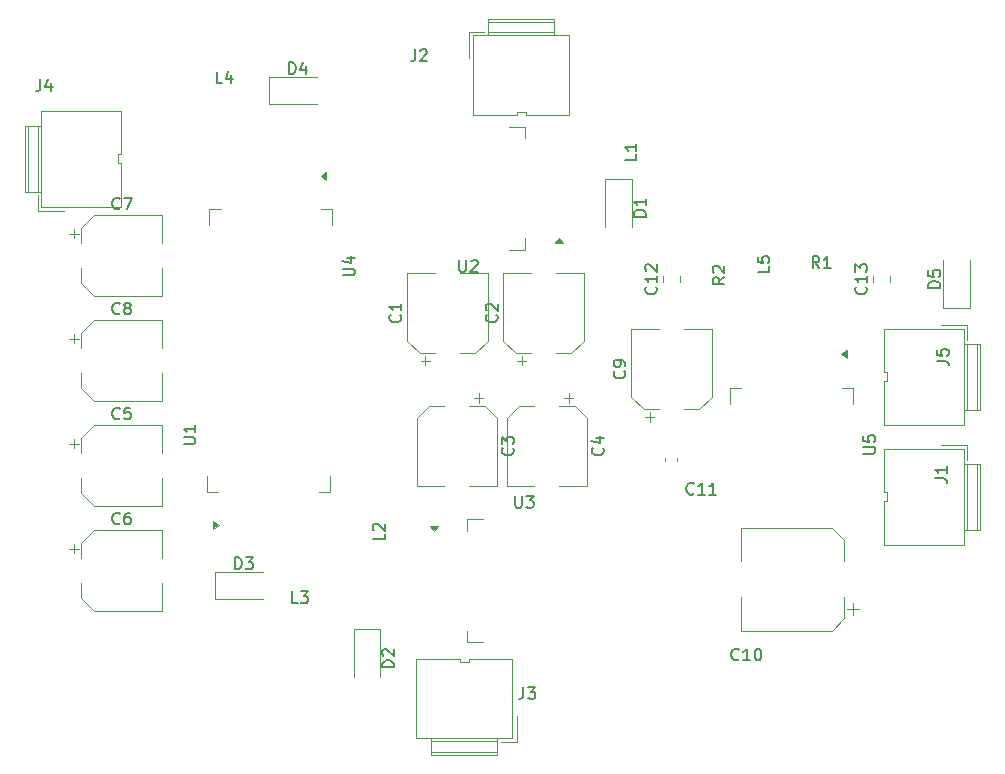
<source format=gbr>
%TF.GenerationSoftware,KiCad,Pcbnew,9.0.1*%
%TF.CreationDate,2025-05-28T17:40:13+05:30*%
%TF.ProjectId,3levelstepDownIter2,336c6576-656c-4737-9465-70446f776e49,rev?*%
%TF.SameCoordinates,Original*%
%TF.FileFunction,Legend,Top*%
%TF.FilePolarity,Positive*%
%FSLAX46Y46*%
G04 Gerber Fmt 4.6, Leading zero omitted, Abs format (unit mm)*
G04 Created by KiCad (PCBNEW 9.0.1) date 2025-05-28 17:40:13*
%MOMM*%
%LPD*%
G01*
G04 APERTURE LIST*
%ADD10C,0.150000*%
%ADD11C,0.120000*%
G04 APERTURE END LIST*
D10*
X80946666Y-65494819D02*
X80946666Y-66209104D01*
X80946666Y-66209104D02*
X80899047Y-66351961D01*
X80899047Y-66351961D02*
X80803809Y-66447200D01*
X80803809Y-66447200D02*
X80660952Y-66494819D01*
X80660952Y-66494819D02*
X80565714Y-66494819D01*
X81851428Y-65828152D02*
X81851428Y-66494819D01*
X81613333Y-65447200D02*
X81375238Y-66161485D01*
X81375238Y-66161485D02*
X81994285Y-66161485D01*
X142679819Y-81301666D02*
X142679819Y-81777856D01*
X142679819Y-81777856D02*
X141679819Y-81777856D01*
X141679819Y-80492142D02*
X141679819Y-80968332D01*
X141679819Y-80968332D02*
X142156009Y-81015951D01*
X142156009Y-81015951D02*
X142108390Y-80968332D01*
X142108390Y-80968332D02*
X142060771Y-80873094D01*
X142060771Y-80873094D02*
X142060771Y-80634999D01*
X142060771Y-80634999D02*
X142108390Y-80539761D01*
X142108390Y-80539761D02*
X142156009Y-80492142D01*
X142156009Y-80492142D02*
X142251247Y-80444523D01*
X142251247Y-80444523D02*
X142489342Y-80444523D01*
X142489342Y-80444523D02*
X142584580Y-80492142D01*
X142584580Y-80492142D02*
X142632200Y-80539761D01*
X142632200Y-80539761D02*
X142679819Y-80634999D01*
X142679819Y-80634999D02*
X142679819Y-80873094D01*
X142679819Y-80873094D02*
X142632200Y-80968332D01*
X142632200Y-80968332D02*
X142584580Y-81015951D01*
X157139819Y-83143094D02*
X156139819Y-83143094D01*
X156139819Y-83143094D02*
X156139819Y-82904999D01*
X156139819Y-82904999D02*
X156187438Y-82762142D01*
X156187438Y-82762142D02*
X156282676Y-82666904D01*
X156282676Y-82666904D02*
X156377914Y-82619285D01*
X156377914Y-82619285D02*
X156568390Y-82571666D01*
X156568390Y-82571666D02*
X156711247Y-82571666D01*
X156711247Y-82571666D02*
X156901723Y-82619285D01*
X156901723Y-82619285D02*
X156996961Y-82666904D01*
X156996961Y-82666904D02*
X157092200Y-82762142D01*
X157092200Y-82762142D02*
X157139819Y-82904999D01*
X157139819Y-82904999D02*
X157139819Y-83143094D01*
X156139819Y-81666904D02*
X156139819Y-82143094D01*
X156139819Y-82143094D02*
X156616009Y-82190713D01*
X156616009Y-82190713D02*
X156568390Y-82143094D01*
X156568390Y-82143094D02*
X156520771Y-82047856D01*
X156520771Y-82047856D02*
X156520771Y-81809761D01*
X156520771Y-81809761D02*
X156568390Y-81714523D01*
X156568390Y-81714523D02*
X156616009Y-81666904D01*
X156616009Y-81666904D02*
X156711247Y-81619285D01*
X156711247Y-81619285D02*
X156949342Y-81619285D01*
X156949342Y-81619285D02*
X157044580Y-81666904D01*
X157044580Y-81666904D02*
X157092200Y-81714523D01*
X157092200Y-81714523D02*
X157139819Y-81809761D01*
X157139819Y-81809761D02*
X157139819Y-82047856D01*
X157139819Y-82047856D02*
X157092200Y-82143094D01*
X157092200Y-82143094D02*
X157044580Y-82190713D01*
X146918333Y-81464819D02*
X146585000Y-80988628D01*
X146346905Y-81464819D02*
X146346905Y-80464819D01*
X146346905Y-80464819D02*
X146727857Y-80464819D01*
X146727857Y-80464819D02*
X146823095Y-80512438D01*
X146823095Y-80512438D02*
X146870714Y-80560057D01*
X146870714Y-80560057D02*
X146918333Y-80655295D01*
X146918333Y-80655295D02*
X146918333Y-80798152D01*
X146918333Y-80798152D02*
X146870714Y-80893390D01*
X146870714Y-80893390D02*
X146823095Y-80941009D01*
X146823095Y-80941009D02*
X146727857Y-80988628D01*
X146727857Y-80988628D02*
X146346905Y-80988628D01*
X147870714Y-81464819D02*
X147299286Y-81464819D01*
X147585000Y-81464819D02*
X147585000Y-80464819D01*
X147585000Y-80464819D02*
X147489762Y-80607676D01*
X147489762Y-80607676D02*
X147394524Y-80702914D01*
X147394524Y-80702914D02*
X147299286Y-80750533D01*
X102764333Y-109835819D02*
X102288143Y-109835819D01*
X102288143Y-109835819D02*
X102288143Y-108835819D01*
X103002429Y-108835819D02*
X103621476Y-108835819D01*
X103621476Y-108835819D02*
X103288143Y-109216771D01*
X103288143Y-109216771D02*
X103431000Y-109216771D01*
X103431000Y-109216771D02*
X103526238Y-109264390D01*
X103526238Y-109264390D02*
X103573857Y-109312009D01*
X103573857Y-109312009D02*
X103621476Y-109407247D01*
X103621476Y-109407247D02*
X103621476Y-109645342D01*
X103621476Y-109645342D02*
X103573857Y-109740580D01*
X103573857Y-109740580D02*
X103526238Y-109788200D01*
X103526238Y-109788200D02*
X103431000Y-109835819D01*
X103431000Y-109835819D02*
X103145286Y-109835819D01*
X103145286Y-109835819D02*
X103050048Y-109788200D01*
X103050048Y-109788200D02*
X103002429Y-109740580D01*
X156854819Y-89333333D02*
X157569104Y-89333333D01*
X157569104Y-89333333D02*
X157711961Y-89380952D01*
X157711961Y-89380952D02*
X157807200Y-89476190D01*
X157807200Y-89476190D02*
X157854819Y-89619047D01*
X157854819Y-89619047D02*
X157854819Y-89714285D01*
X156854819Y-88380952D02*
X156854819Y-88857142D01*
X156854819Y-88857142D02*
X157331009Y-88904761D01*
X157331009Y-88904761D02*
X157283390Y-88857142D01*
X157283390Y-88857142D02*
X157235771Y-88761904D01*
X157235771Y-88761904D02*
X157235771Y-88523809D01*
X157235771Y-88523809D02*
X157283390Y-88428571D01*
X157283390Y-88428571D02*
X157331009Y-88380952D01*
X157331009Y-88380952D02*
X157426247Y-88333333D01*
X157426247Y-88333333D02*
X157664342Y-88333333D01*
X157664342Y-88333333D02*
X157759580Y-88380952D01*
X157759580Y-88380952D02*
X157807200Y-88428571D01*
X157807200Y-88428571D02*
X157854819Y-88523809D01*
X157854819Y-88523809D02*
X157854819Y-88761904D01*
X157854819Y-88761904D02*
X157807200Y-88857142D01*
X157807200Y-88857142D02*
X157759580Y-88904761D01*
X121158095Y-100754819D02*
X121158095Y-101564342D01*
X121158095Y-101564342D02*
X121205714Y-101659580D01*
X121205714Y-101659580D02*
X121253333Y-101707200D01*
X121253333Y-101707200D02*
X121348571Y-101754819D01*
X121348571Y-101754819D02*
X121539047Y-101754819D01*
X121539047Y-101754819D02*
X121634285Y-101707200D01*
X121634285Y-101707200D02*
X121681904Y-101659580D01*
X121681904Y-101659580D02*
X121729523Y-101564342D01*
X121729523Y-101564342D02*
X121729523Y-100754819D01*
X122110476Y-100754819D02*
X122729523Y-100754819D01*
X122729523Y-100754819D02*
X122396190Y-101135771D01*
X122396190Y-101135771D02*
X122539047Y-101135771D01*
X122539047Y-101135771D02*
X122634285Y-101183390D01*
X122634285Y-101183390D02*
X122681904Y-101231009D01*
X122681904Y-101231009D02*
X122729523Y-101326247D01*
X122729523Y-101326247D02*
X122729523Y-101564342D01*
X122729523Y-101564342D02*
X122681904Y-101659580D01*
X122681904Y-101659580D02*
X122634285Y-101707200D01*
X122634285Y-101707200D02*
X122539047Y-101754819D01*
X122539047Y-101754819D02*
X122253333Y-101754819D01*
X122253333Y-101754819D02*
X122158095Y-101707200D01*
X122158095Y-101707200D02*
X122110476Y-101659580D01*
X87684333Y-76400580D02*
X87636714Y-76448200D01*
X87636714Y-76448200D02*
X87493857Y-76495819D01*
X87493857Y-76495819D02*
X87398619Y-76495819D01*
X87398619Y-76495819D02*
X87255762Y-76448200D01*
X87255762Y-76448200D02*
X87160524Y-76352961D01*
X87160524Y-76352961D02*
X87112905Y-76257723D01*
X87112905Y-76257723D02*
X87065286Y-76067247D01*
X87065286Y-76067247D02*
X87065286Y-75924390D01*
X87065286Y-75924390D02*
X87112905Y-75733914D01*
X87112905Y-75733914D02*
X87160524Y-75638676D01*
X87160524Y-75638676D02*
X87255762Y-75543438D01*
X87255762Y-75543438D02*
X87398619Y-75495819D01*
X87398619Y-75495819D02*
X87493857Y-75495819D01*
X87493857Y-75495819D02*
X87636714Y-75543438D01*
X87636714Y-75543438D02*
X87684333Y-75591057D01*
X88017667Y-75495819D02*
X88684333Y-75495819D01*
X88684333Y-75495819D02*
X88255762Y-76495819D01*
X130394580Y-90191666D02*
X130442200Y-90239285D01*
X130442200Y-90239285D02*
X130489819Y-90382142D01*
X130489819Y-90382142D02*
X130489819Y-90477380D01*
X130489819Y-90477380D02*
X130442200Y-90620237D01*
X130442200Y-90620237D02*
X130346961Y-90715475D01*
X130346961Y-90715475D02*
X130251723Y-90763094D01*
X130251723Y-90763094D02*
X130061247Y-90810713D01*
X130061247Y-90810713D02*
X129918390Y-90810713D01*
X129918390Y-90810713D02*
X129727914Y-90763094D01*
X129727914Y-90763094D02*
X129632676Y-90715475D01*
X129632676Y-90715475D02*
X129537438Y-90620237D01*
X129537438Y-90620237D02*
X129489819Y-90477380D01*
X129489819Y-90477380D02*
X129489819Y-90382142D01*
X129489819Y-90382142D02*
X129537438Y-90239285D01*
X129537438Y-90239285D02*
X129585057Y-90191666D01*
X130489819Y-89715475D02*
X130489819Y-89524999D01*
X130489819Y-89524999D02*
X130442200Y-89429761D01*
X130442200Y-89429761D02*
X130394580Y-89382142D01*
X130394580Y-89382142D02*
X130251723Y-89286904D01*
X130251723Y-89286904D02*
X130061247Y-89239285D01*
X130061247Y-89239285D02*
X129680295Y-89239285D01*
X129680295Y-89239285D02*
X129585057Y-89286904D01*
X129585057Y-89286904D02*
X129537438Y-89334523D01*
X129537438Y-89334523D02*
X129489819Y-89429761D01*
X129489819Y-89429761D02*
X129489819Y-89620237D01*
X129489819Y-89620237D02*
X129537438Y-89715475D01*
X129537438Y-89715475D02*
X129585057Y-89763094D01*
X129585057Y-89763094D02*
X129680295Y-89810713D01*
X129680295Y-89810713D02*
X129918390Y-89810713D01*
X129918390Y-89810713D02*
X130013628Y-89763094D01*
X130013628Y-89763094D02*
X130061247Y-89715475D01*
X130061247Y-89715475D02*
X130108866Y-89620237D01*
X130108866Y-89620237D02*
X130108866Y-89429761D01*
X130108866Y-89429761D02*
X130061247Y-89334523D01*
X130061247Y-89334523D02*
X130013628Y-89286904D01*
X130013628Y-89286904D02*
X129918390Y-89239285D01*
X156699819Y-99248333D02*
X157414104Y-99248333D01*
X157414104Y-99248333D02*
X157556961Y-99295952D01*
X157556961Y-99295952D02*
X157652200Y-99391190D01*
X157652200Y-99391190D02*
X157699819Y-99534047D01*
X157699819Y-99534047D02*
X157699819Y-99629285D01*
X157699819Y-98248333D02*
X157699819Y-98819761D01*
X157699819Y-98534047D02*
X156699819Y-98534047D01*
X156699819Y-98534047D02*
X156842676Y-98629285D01*
X156842676Y-98629285D02*
X156937914Y-98724523D01*
X156937914Y-98724523D02*
X156985533Y-98819761D01*
X138869819Y-82226666D02*
X138393628Y-82559999D01*
X138869819Y-82798094D02*
X137869819Y-82798094D01*
X137869819Y-82798094D02*
X137869819Y-82417142D01*
X137869819Y-82417142D02*
X137917438Y-82321904D01*
X137917438Y-82321904D02*
X137965057Y-82274285D01*
X137965057Y-82274285D02*
X138060295Y-82226666D01*
X138060295Y-82226666D02*
X138203152Y-82226666D01*
X138203152Y-82226666D02*
X138298390Y-82274285D01*
X138298390Y-82274285D02*
X138346009Y-82321904D01*
X138346009Y-82321904D02*
X138393628Y-82417142D01*
X138393628Y-82417142D02*
X138393628Y-82798094D01*
X137965057Y-81845713D02*
X137917438Y-81798094D01*
X137917438Y-81798094D02*
X137869819Y-81702856D01*
X137869819Y-81702856D02*
X137869819Y-81464761D01*
X137869819Y-81464761D02*
X137917438Y-81369523D01*
X137917438Y-81369523D02*
X137965057Y-81321904D01*
X137965057Y-81321904D02*
X138060295Y-81274285D01*
X138060295Y-81274285D02*
X138155533Y-81274285D01*
X138155533Y-81274285D02*
X138298390Y-81321904D01*
X138298390Y-81321904D02*
X138869819Y-81893332D01*
X138869819Y-81893332D02*
X138869819Y-81274285D01*
X120944580Y-96686666D02*
X120992200Y-96734285D01*
X120992200Y-96734285D02*
X121039819Y-96877142D01*
X121039819Y-96877142D02*
X121039819Y-96972380D01*
X121039819Y-96972380D02*
X120992200Y-97115237D01*
X120992200Y-97115237D02*
X120896961Y-97210475D01*
X120896961Y-97210475D02*
X120801723Y-97258094D01*
X120801723Y-97258094D02*
X120611247Y-97305713D01*
X120611247Y-97305713D02*
X120468390Y-97305713D01*
X120468390Y-97305713D02*
X120277914Y-97258094D01*
X120277914Y-97258094D02*
X120182676Y-97210475D01*
X120182676Y-97210475D02*
X120087438Y-97115237D01*
X120087438Y-97115237D02*
X120039819Y-96972380D01*
X120039819Y-96972380D02*
X120039819Y-96877142D01*
X120039819Y-96877142D02*
X120087438Y-96734285D01*
X120087438Y-96734285D02*
X120135057Y-96686666D01*
X120039819Y-96353332D02*
X120039819Y-95734285D01*
X120039819Y-95734285D02*
X120420771Y-96067618D01*
X120420771Y-96067618D02*
X120420771Y-95924761D01*
X120420771Y-95924761D02*
X120468390Y-95829523D01*
X120468390Y-95829523D02*
X120516009Y-95781904D01*
X120516009Y-95781904D02*
X120611247Y-95734285D01*
X120611247Y-95734285D02*
X120849342Y-95734285D01*
X120849342Y-95734285D02*
X120944580Y-95781904D01*
X120944580Y-95781904D02*
X120992200Y-95829523D01*
X120992200Y-95829523D02*
X121039819Y-95924761D01*
X121039819Y-95924761D02*
X121039819Y-96210475D01*
X121039819Y-96210475D02*
X120992200Y-96305713D01*
X120992200Y-96305713D02*
X120944580Y-96353332D01*
X116423095Y-80799819D02*
X116423095Y-81609342D01*
X116423095Y-81609342D02*
X116470714Y-81704580D01*
X116470714Y-81704580D02*
X116518333Y-81752200D01*
X116518333Y-81752200D02*
X116613571Y-81799819D01*
X116613571Y-81799819D02*
X116804047Y-81799819D01*
X116804047Y-81799819D02*
X116899285Y-81752200D01*
X116899285Y-81752200D02*
X116946904Y-81704580D01*
X116946904Y-81704580D02*
X116994523Y-81609342D01*
X116994523Y-81609342D02*
X116994523Y-80799819D01*
X117423095Y-80895057D02*
X117470714Y-80847438D01*
X117470714Y-80847438D02*
X117565952Y-80799819D01*
X117565952Y-80799819D02*
X117804047Y-80799819D01*
X117804047Y-80799819D02*
X117899285Y-80847438D01*
X117899285Y-80847438D02*
X117946904Y-80895057D01*
X117946904Y-80895057D02*
X117994523Y-80990295D01*
X117994523Y-80990295D02*
X117994523Y-81085533D01*
X117994523Y-81085533D02*
X117946904Y-81228390D01*
X117946904Y-81228390D02*
X117375476Y-81799819D01*
X117375476Y-81799819D02*
X117994523Y-81799819D01*
X112696666Y-62954819D02*
X112696666Y-63669104D01*
X112696666Y-63669104D02*
X112649047Y-63811961D01*
X112649047Y-63811961D02*
X112553809Y-63907200D01*
X112553809Y-63907200D02*
X112410952Y-63954819D01*
X112410952Y-63954819D02*
X112315714Y-63954819D01*
X113125238Y-63050057D02*
X113172857Y-63002438D01*
X113172857Y-63002438D02*
X113268095Y-62954819D01*
X113268095Y-62954819D02*
X113506190Y-62954819D01*
X113506190Y-62954819D02*
X113601428Y-63002438D01*
X113601428Y-63002438D02*
X113649047Y-63050057D01*
X113649047Y-63050057D02*
X113696666Y-63145295D01*
X113696666Y-63145295D02*
X113696666Y-63240533D01*
X113696666Y-63240533D02*
X113649047Y-63383390D01*
X113649047Y-63383390D02*
X113077619Y-63954819D01*
X113077619Y-63954819D02*
X113696666Y-63954819D01*
X111424580Y-85431666D02*
X111472200Y-85479285D01*
X111472200Y-85479285D02*
X111519819Y-85622142D01*
X111519819Y-85622142D02*
X111519819Y-85717380D01*
X111519819Y-85717380D02*
X111472200Y-85860237D01*
X111472200Y-85860237D02*
X111376961Y-85955475D01*
X111376961Y-85955475D02*
X111281723Y-86003094D01*
X111281723Y-86003094D02*
X111091247Y-86050713D01*
X111091247Y-86050713D02*
X110948390Y-86050713D01*
X110948390Y-86050713D02*
X110757914Y-86003094D01*
X110757914Y-86003094D02*
X110662676Y-85955475D01*
X110662676Y-85955475D02*
X110567438Y-85860237D01*
X110567438Y-85860237D02*
X110519819Y-85717380D01*
X110519819Y-85717380D02*
X110519819Y-85622142D01*
X110519819Y-85622142D02*
X110567438Y-85479285D01*
X110567438Y-85479285D02*
X110615057Y-85431666D01*
X111519819Y-84479285D02*
X111519819Y-85050713D01*
X111519819Y-84764999D02*
X110519819Y-84764999D01*
X110519819Y-84764999D02*
X110662676Y-84860237D01*
X110662676Y-84860237D02*
X110757914Y-84955475D01*
X110757914Y-84955475D02*
X110805533Y-85050713D01*
X96353333Y-65825819D02*
X95877143Y-65825819D01*
X95877143Y-65825819D02*
X95877143Y-64825819D01*
X97115238Y-65159152D02*
X97115238Y-65825819D01*
X96877143Y-64778200D02*
X96639048Y-65492485D01*
X96639048Y-65492485D02*
X97258095Y-65492485D01*
X106580819Y-82077904D02*
X107390342Y-82077904D01*
X107390342Y-82077904D02*
X107485580Y-82030285D01*
X107485580Y-82030285D02*
X107533200Y-81982666D01*
X107533200Y-81982666D02*
X107580819Y-81887428D01*
X107580819Y-81887428D02*
X107580819Y-81696952D01*
X107580819Y-81696952D02*
X107533200Y-81601714D01*
X107533200Y-81601714D02*
X107485580Y-81554095D01*
X107485580Y-81554095D02*
X107390342Y-81506476D01*
X107390342Y-81506476D02*
X106580819Y-81506476D01*
X106914152Y-80601714D02*
X107580819Y-80601714D01*
X106533200Y-80839809D02*
X107247485Y-81077904D01*
X107247485Y-81077904D02*
X107247485Y-80458857D01*
X87684333Y-94180580D02*
X87636714Y-94228200D01*
X87636714Y-94228200D02*
X87493857Y-94275819D01*
X87493857Y-94275819D02*
X87398619Y-94275819D01*
X87398619Y-94275819D02*
X87255762Y-94228200D01*
X87255762Y-94228200D02*
X87160524Y-94132961D01*
X87160524Y-94132961D02*
X87112905Y-94037723D01*
X87112905Y-94037723D02*
X87065286Y-93847247D01*
X87065286Y-93847247D02*
X87065286Y-93704390D01*
X87065286Y-93704390D02*
X87112905Y-93513914D01*
X87112905Y-93513914D02*
X87160524Y-93418676D01*
X87160524Y-93418676D02*
X87255762Y-93323438D01*
X87255762Y-93323438D02*
X87398619Y-93275819D01*
X87398619Y-93275819D02*
X87493857Y-93275819D01*
X87493857Y-93275819D02*
X87636714Y-93323438D01*
X87636714Y-93323438D02*
X87684333Y-93371057D01*
X88589095Y-93275819D02*
X88112905Y-93275819D01*
X88112905Y-93275819D02*
X88065286Y-93752009D01*
X88065286Y-93752009D02*
X88112905Y-93704390D01*
X88112905Y-93704390D02*
X88208143Y-93656771D01*
X88208143Y-93656771D02*
X88446238Y-93656771D01*
X88446238Y-93656771D02*
X88541476Y-93704390D01*
X88541476Y-93704390D02*
X88589095Y-93752009D01*
X88589095Y-93752009D02*
X88636714Y-93847247D01*
X88636714Y-93847247D02*
X88636714Y-94085342D01*
X88636714Y-94085342D02*
X88589095Y-94180580D01*
X88589095Y-94180580D02*
X88541476Y-94228200D01*
X88541476Y-94228200D02*
X88446238Y-94275819D01*
X88446238Y-94275819D02*
X88208143Y-94275819D01*
X88208143Y-94275819D02*
X88112905Y-94228200D01*
X88112905Y-94228200D02*
X88065286Y-94180580D01*
X110899819Y-115255594D02*
X109899819Y-115255594D01*
X109899819Y-115255594D02*
X109899819Y-115017499D01*
X109899819Y-115017499D02*
X109947438Y-114874642D01*
X109947438Y-114874642D02*
X110042676Y-114779404D01*
X110042676Y-114779404D02*
X110137914Y-114731785D01*
X110137914Y-114731785D02*
X110328390Y-114684166D01*
X110328390Y-114684166D02*
X110471247Y-114684166D01*
X110471247Y-114684166D02*
X110661723Y-114731785D01*
X110661723Y-114731785D02*
X110756961Y-114779404D01*
X110756961Y-114779404D02*
X110852200Y-114874642D01*
X110852200Y-114874642D02*
X110899819Y-115017499D01*
X110899819Y-115017499D02*
X110899819Y-115255594D01*
X109995057Y-114303213D02*
X109947438Y-114255594D01*
X109947438Y-114255594D02*
X109899819Y-114160356D01*
X109899819Y-114160356D02*
X109899819Y-113922261D01*
X109899819Y-113922261D02*
X109947438Y-113827023D01*
X109947438Y-113827023D02*
X109995057Y-113779404D01*
X109995057Y-113779404D02*
X110090295Y-113731785D01*
X110090295Y-113731785D02*
X110185533Y-113731785D01*
X110185533Y-113731785D02*
X110328390Y-113779404D01*
X110328390Y-113779404D02*
X110899819Y-114350832D01*
X110899819Y-114350832D02*
X110899819Y-113731785D01*
X119574580Y-85431666D02*
X119622200Y-85479285D01*
X119622200Y-85479285D02*
X119669819Y-85622142D01*
X119669819Y-85622142D02*
X119669819Y-85717380D01*
X119669819Y-85717380D02*
X119622200Y-85860237D01*
X119622200Y-85860237D02*
X119526961Y-85955475D01*
X119526961Y-85955475D02*
X119431723Y-86003094D01*
X119431723Y-86003094D02*
X119241247Y-86050713D01*
X119241247Y-86050713D02*
X119098390Y-86050713D01*
X119098390Y-86050713D02*
X118907914Y-86003094D01*
X118907914Y-86003094D02*
X118812676Y-85955475D01*
X118812676Y-85955475D02*
X118717438Y-85860237D01*
X118717438Y-85860237D02*
X118669819Y-85717380D01*
X118669819Y-85717380D02*
X118669819Y-85622142D01*
X118669819Y-85622142D02*
X118717438Y-85479285D01*
X118717438Y-85479285D02*
X118765057Y-85431666D01*
X118765057Y-85050713D02*
X118717438Y-85003094D01*
X118717438Y-85003094D02*
X118669819Y-84907856D01*
X118669819Y-84907856D02*
X118669819Y-84669761D01*
X118669819Y-84669761D02*
X118717438Y-84574523D01*
X118717438Y-84574523D02*
X118765057Y-84526904D01*
X118765057Y-84526904D02*
X118860295Y-84479285D01*
X118860295Y-84479285D02*
X118955533Y-84479285D01*
X118955533Y-84479285D02*
X119098390Y-84526904D01*
X119098390Y-84526904D02*
X119669819Y-85098332D01*
X119669819Y-85098332D02*
X119669819Y-84479285D01*
X140097142Y-114584580D02*
X140049523Y-114632200D01*
X140049523Y-114632200D02*
X139906666Y-114679819D01*
X139906666Y-114679819D02*
X139811428Y-114679819D01*
X139811428Y-114679819D02*
X139668571Y-114632200D01*
X139668571Y-114632200D02*
X139573333Y-114536961D01*
X139573333Y-114536961D02*
X139525714Y-114441723D01*
X139525714Y-114441723D02*
X139478095Y-114251247D01*
X139478095Y-114251247D02*
X139478095Y-114108390D01*
X139478095Y-114108390D02*
X139525714Y-113917914D01*
X139525714Y-113917914D02*
X139573333Y-113822676D01*
X139573333Y-113822676D02*
X139668571Y-113727438D01*
X139668571Y-113727438D02*
X139811428Y-113679819D01*
X139811428Y-113679819D02*
X139906666Y-113679819D01*
X139906666Y-113679819D02*
X140049523Y-113727438D01*
X140049523Y-113727438D02*
X140097142Y-113775057D01*
X141049523Y-114679819D02*
X140478095Y-114679819D01*
X140763809Y-114679819D02*
X140763809Y-113679819D01*
X140763809Y-113679819D02*
X140668571Y-113822676D01*
X140668571Y-113822676D02*
X140573333Y-113917914D01*
X140573333Y-113917914D02*
X140478095Y-113965533D01*
X141668571Y-113679819D02*
X141763809Y-113679819D01*
X141763809Y-113679819D02*
X141859047Y-113727438D01*
X141859047Y-113727438D02*
X141906666Y-113775057D01*
X141906666Y-113775057D02*
X141954285Y-113870295D01*
X141954285Y-113870295D02*
X142001904Y-114060771D01*
X142001904Y-114060771D02*
X142001904Y-114298866D01*
X142001904Y-114298866D02*
X141954285Y-114489342D01*
X141954285Y-114489342D02*
X141906666Y-114584580D01*
X141906666Y-114584580D02*
X141859047Y-114632200D01*
X141859047Y-114632200D02*
X141763809Y-114679819D01*
X141763809Y-114679819D02*
X141668571Y-114679819D01*
X141668571Y-114679819D02*
X141573333Y-114632200D01*
X141573333Y-114632200D02*
X141525714Y-114584580D01*
X141525714Y-114584580D02*
X141478095Y-114489342D01*
X141478095Y-114489342D02*
X141430476Y-114298866D01*
X141430476Y-114298866D02*
X141430476Y-114060771D01*
X141430476Y-114060771D02*
X141478095Y-113870295D01*
X141478095Y-113870295D02*
X141525714Y-113775057D01*
X141525714Y-113775057D02*
X141573333Y-113727438D01*
X141573333Y-113727438D02*
X141668571Y-113679819D01*
X128564580Y-96686666D02*
X128612200Y-96734285D01*
X128612200Y-96734285D02*
X128659819Y-96877142D01*
X128659819Y-96877142D02*
X128659819Y-96972380D01*
X128659819Y-96972380D02*
X128612200Y-97115237D01*
X128612200Y-97115237D02*
X128516961Y-97210475D01*
X128516961Y-97210475D02*
X128421723Y-97258094D01*
X128421723Y-97258094D02*
X128231247Y-97305713D01*
X128231247Y-97305713D02*
X128088390Y-97305713D01*
X128088390Y-97305713D02*
X127897914Y-97258094D01*
X127897914Y-97258094D02*
X127802676Y-97210475D01*
X127802676Y-97210475D02*
X127707438Y-97115237D01*
X127707438Y-97115237D02*
X127659819Y-96972380D01*
X127659819Y-96972380D02*
X127659819Y-96877142D01*
X127659819Y-96877142D02*
X127707438Y-96734285D01*
X127707438Y-96734285D02*
X127755057Y-96686666D01*
X127993152Y-95829523D02*
X128659819Y-95829523D01*
X127612200Y-96067618D02*
X128326485Y-96305713D01*
X128326485Y-96305713D02*
X128326485Y-95686666D01*
X136282142Y-100544580D02*
X136234523Y-100592200D01*
X136234523Y-100592200D02*
X136091666Y-100639819D01*
X136091666Y-100639819D02*
X135996428Y-100639819D01*
X135996428Y-100639819D02*
X135853571Y-100592200D01*
X135853571Y-100592200D02*
X135758333Y-100496961D01*
X135758333Y-100496961D02*
X135710714Y-100401723D01*
X135710714Y-100401723D02*
X135663095Y-100211247D01*
X135663095Y-100211247D02*
X135663095Y-100068390D01*
X135663095Y-100068390D02*
X135710714Y-99877914D01*
X135710714Y-99877914D02*
X135758333Y-99782676D01*
X135758333Y-99782676D02*
X135853571Y-99687438D01*
X135853571Y-99687438D02*
X135996428Y-99639819D01*
X135996428Y-99639819D02*
X136091666Y-99639819D01*
X136091666Y-99639819D02*
X136234523Y-99687438D01*
X136234523Y-99687438D02*
X136282142Y-99735057D01*
X137234523Y-100639819D02*
X136663095Y-100639819D01*
X136948809Y-100639819D02*
X136948809Y-99639819D01*
X136948809Y-99639819D02*
X136853571Y-99782676D01*
X136853571Y-99782676D02*
X136758333Y-99877914D01*
X136758333Y-99877914D02*
X136663095Y-99925533D01*
X138186904Y-100639819D02*
X137615476Y-100639819D01*
X137901190Y-100639819D02*
X137901190Y-99639819D01*
X137901190Y-99639819D02*
X137805952Y-99782676D01*
X137805952Y-99782676D02*
X137710714Y-99877914D01*
X137710714Y-99877914D02*
X137615476Y-99925533D01*
X110119819Y-103961666D02*
X110119819Y-104437856D01*
X110119819Y-104437856D02*
X109119819Y-104437856D01*
X109215057Y-103675951D02*
X109167438Y-103628332D01*
X109167438Y-103628332D02*
X109119819Y-103533094D01*
X109119819Y-103533094D02*
X109119819Y-103294999D01*
X109119819Y-103294999D02*
X109167438Y-103199761D01*
X109167438Y-103199761D02*
X109215057Y-103152142D01*
X109215057Y-103152142D02*
X109310295Y-103104523D01*
X109310295Y-103104523D02*
X109405533Y-103104523D01*
X109405533Y-103104523D02*
X109548390Y-103152142D01*
X109548390Y-103152142D02*
X110119819Y-103723570D01*
X110119819Y-103723570D02*
X110119819Y-103104523D01*
X97432905Y-106955819D02*
X97432905Y-105955819D01*
X97432905Y-105955819D02*
X97671000Y-105955819D01*
X97671000Y-105955819D02*
X97813857Y-106003438D01*
X97813857Y-106003438D02*
X97909095Y-106098676D01*
X97909095Y-106098676D02*
X97956714Y-106193914D01*
X97956714Y-106193914D02*
X98004333Y-106384390D01*
X98004333Y-106384390D02*
X98004333Y-106527247D01*
X98004333Y-106527247D02*
X97956714Y-106717723D01*
X97956714Y-106717723D02*
X97909095Y-106812961D01*
X97909095Y-106812961D02*
X97813857Y-106908200D01*
X97813857Y-106908200D02*
X97671000Y-106955819D01*
X97671000Y-106955819D02*
X97432905Y-106955819D01*
X98337667Y-105955819D02*
X98956714Y-105955819D01*
X98956714Y-105955819D02*
X98623381Y-106336771D01*
X98623381Y-106336771D02*
X98766238Y-106336771D01*
X98766238Y-106336771D02*
X98861476Y-106384390D01*
X98861476Y-106384390D02*
X98909095Y-106432009D01*
X98909095Y-106432009D02*
X98956714Y-106527247D01*
X98956714Y-106527247D02*
X98956714Y-106765342D01*
X98956714Y-106765342D02*
X98909095Y-106860580D01*
X98909095Y-106860580D02*
X98861476Y-106908200D01*
X98861476Y-106908200D02*
X98766238Y-106955819D01*
X98766238Y-106955819D02*
X98480524Y-106955819D01*
X98480524Y-106955819D02*
X98385286Y-106908200D01*
X98385286Y-106908200D02*
X98337667Y-106860580D01*
X87684333Y-103070580D02*
X87636714Y-103118200D01*
X87636714Y-103118200D02*
X87493857Y-103165819D01*
X87493857Y-103165819D02*
X87398619Y-103165819D01*
X87398619Y-103165819D02*
X87255762Y-103118200D01*
X87255762Y-103118200D02*
X87160524Y-103022961D01*
X87160524Y-103022961D02*
X87112905Y-102927723D01*
X87112905Y-102927723D02*
X87065286Y-102737247D01*
X87065286Y-102737247D02*
X87065286Y-102594390D01*
X87065286Y-102594390D02*
X87112905Y-102403914D01*
X87112905Y-102403914D02*
X87160524Y-102308676D01*
X87160524Y-102308676D02*
X87255762Y-102213438D01*
X87255762Y-102213438D02*
X87398619Y-102165819D01*
X87398619Y-102165819D02*
X87493857Y-102165819D01*
X87493857Y-102165819D02*
X87636714Y-102213438D01*
X87636714Y-102213438D02*
X87684333Y-102261057D01*
X88541476Y-102165819D02*
X88351000Y-102165819D01*
X88351000Y-102165819D02*
X88255762Y-102213438D01*
X88255762Y-102213438D02*
X88208143Y-102261057D01*
X88208143Y-102261057D02*
X88112905Y-102403914D01*
X88112905Y-102403914D02*
X88065286Y-102594390D01*
X88065286Y-102594390D02*
X88065286Y-102975342D01*
X88065286Y-102975342D02*
X88112905Y-103070580D01*
X88112905Y-103070580D02*
X88160524Y-103118200D01*
X88160524Y-103118200D02*
X88255762Y-103165819D01*
X88255762Y-103165819D02*
X88446238Y-103165819D01*
X88446238Y-103165819D02*
X88541476Y-103118200D01*
X88541476Y-103118200D02*
X88589095Y-103070580D01*
X88589095Y-103070580D02*
X88636714Y-102975342D01*
X88636714Y-102975342D02*
X88636714Y-102737247D01*
X88636714Y-102737247D02*
X88589095Y-102642009D01*
X88589095Y-102642009D02*
X88541476Y-102594390D01*
X88541476Y-102594390D02*
X88446238Y-102546771D01*
X88446238Y-102546771D02*
X88255762Y-102546771D01*
X88255762Y-102546771D02*
X88160524Y-102594390D01*
X88160524Y-102594390D02*
X88112905Y-102642009D01*
X88112905Y-102642009D02*
X88065286Y-102737247D01*
X132199819Y-77113094D02*
X131199819Y-77113094D01*
X131199819Y-77113094D02*
X131199819Y-76874999D01*
X131199819Y-76874999D02*
X131247438Y-76732142D01*
X131247438Y-76732142D02*
X131342676Y-76636904D01*
X131342676Y-76636904D02*
X131437914Y-76589285D01*
X131437914Y-76589285D02*
X131628390Y-76541666D01*
X131628390Y-76541666D02*
X131771247Y-76541666D01*
X131771247Y-76541666D02*
X131961723Y-76589285D01*
X131961723Y-76589285D02*
X132056961Y-76636904D01*
X132056961Y-76636904D02*
X132152200Y-76732142D01*
X132152200Y-76732142D02*
X132199819Y-76874999D01*
X132199819Y-76874999D02*
X132199819Y-77113094D01*
X132199819Y-75589285D02*
X132199819Y-76160713D01*
X132199819Y-75874999D02*
X131199819Y-75874999D01*
X131199819Y-75874999D02*
X131342676Y-75970237D01*
X131342676Y-75970237D02*
X131437914Y-76065475D01*
X131437914Y-76065475D02*
X131485533Y-76160713D01*
X150844580Y-83047857D02*
X150892200Y-83095476D01*
X150892200Y-83095476D02*
X150939819Y-83238333D01*
X150939819Y-83238333D02*
X150939819Y-83333571D01*
X150939819Y-83333571D02*
X150892200Y-83476428D01*
X150892200Y-83476428D02*
X150796961Y-83571666D01*
X150796961Y-83571666D02*
X150701723Y-83619285D01*
X150701723Y-83619285D02*
X150511247Y-83666904D01*
X150511247Y-83666904D02*
X150368390Y-83666904D01*
X150368390Y-83666904D02*
X150177914Y-83619285D01*
X150177914Y-83619285D02*
X150082676Y-83571666D01*
X150082676Y-83571666D02*
X149987438Y-83476428D01*
X149987438Y-83476428D02*
X149939819Y-83333571D01*
X149939819Y-83333571D02*
X149939819Y-83238333D01*
X149939819Y-83238333D02*
X149987438Y-83095476D01*
X149987438Y-83095476D02*
X150035057Y-83047857D01*
X150939819Y-82095476D02*
X150939819Y-82666904D01*
X150939819Y-82381190D02*
X149939819Y-82381190D01*
X149939819Y-82381190D02*
X150082676Y-82476428D01*
X150082676Y-82476428D02*
X150177914Y-82571666D01*
X150177914Y-82571666D02*
X150225533Y-82666904D01*
X149939819Y-81762142D02*
X149939819Y-81143095D01*
X149939819Y-81143095D02*
X150320771Y-81476428D01*
X150320771Y-81476428D02*
X150320771Y-81333571D01*
X150320771Y-81333571D02*
X150368390Y-81238333D01*
X150368390Y-81238333D02*
X150416009Y-81190714D01*
X150416009Y-81190714D02*
X150511247Y-81143095D01*
X150511247Y-81143095D02*
X150749342Y-81143095D01*
X150749342Y-81143095D02*
X150844580Y-81190714D01*
X150844580Y-81190714D02*
X150892200Y-81238333D01*
X150892200Y-81238333D02*
X150939819Y-81333571D01*
X150939819Y-81333571D02*
X150939819Y-81619285D01*
X150939819Y-81619285D02*
X150892200Y-81714523D01*
X150892200Y-81714523D02*
X150844580Y-81762142D01*
X93085819Y-96362904D02*
X93895342Y-96362904D01*
X93895342Y-96362904D02*
X93990580Y-96315285D01*
X93990580Y-96315285D02*
X94038200Y-96267666D01*
X94038200Y-96267666D02*
X94085819Y-96172428D01*
X94085819Y-96172428D02*
X94085819Y-95981952D01*
X94085819Y-95981952D02*
X94038200Y-95886714D01*
X94038200Y-95886714D02*
X93990580Y-95839095D01*
X93990580Y-95839095D02*
X93895342Y-95791476D01*
X93895342Y-95791476D02*
X93085819Y-95791476D01*
X94085819Y-94791476D02*
X94085819Y-95362904D01*
X94085819Y-95077190D02*
X93085819Y-95077190D01*
X93085819Y-95077190D02*
X93228676Y-95172428D01*
X93228676Y-95172428D02*
X93323914Y-95267666D01*
X93323914Y-95267666D02*
X93371533Y-95362904D01*
X102004905Y-65045819D02*
X102004905Y-64045819D01*
X102004905Y-64045819D02*
X102243000Y-64045819D01*
X102243000Y-64045819D02*
X102385857Y-64093438D01*
X102385857Y-64093438D02*
X102481095Y-64188676D01*
X102481095Y-64188676D02*
X102528714Y-64283914D01*
X102528714Y-64283914D02*
X102576333Y-64474390D01*
X102576333Y-64474390D02*
X102576333Y-64617247D01*
X102576333Y-64617247D02*
X102528714Y-64807723D01*
X102528714Y-64807723D02*
X102481095Y-64902961D01*
X102481095Y-64902961D02*
X102385857Y-64998200D01*
X102385857Y-64998200D02*
X102243000Y-65045819D01*
X102243000Y-65045819D02*
X102004905Y-65045819D01*
X103433476Y-64379152D02*
X103433476Y-65045819D01*
X103195381Y-63998200D02*
X102957286Y-64712485D01*
X102957286Y-64712485D02*
X103576333Y-64712485D01*
X150649819Y-97166904D02*
X151459342Y-97166904D01*
X151459342Y-97166904D02*
X151554580Y-97119285D01*
X151554580Y-97119285D02*
X151602200Y-97071666D01*
X151602200Y-97071666D02*
X151649819Y-96976428D01*
X151649819Y-96976428D02*
X151649819Y-96785952D01*
X151649819Y-96785952D02*
X151602200Y-96690714D01*
X151602200Y-96690714D02*
X151554580Y-96643095D01*
X151554580Y-96643095D02*
X151459342Y-96595476D01*
X151459342Y-96595476D02*
X150649819Y-96595476D01*
X150649819Y-95643095D02*
X150649819Y-96119285D01*
X150649819Y-96119285D02*
X151126009Y-96166904D01*
X151126009Y-96166904D02*
X151078390Y-96119285D01*
X151078390Y-96119285D02*
X151030771Y-96024047D01*
X151030771Y-96024047D02*
X151030771Y-95785952D01*
X151030771Y-95785952D02*
X151078390Y-95690714D01*
X151078390Y-95690714D02*
X151126009Y-95643095D01*
X151126009Y-95643095D02*
X151221247Y-95595476D01*
X151221247Y-95595476D02*
X151459342Y-95595476D01*
X151459342Y-95595476D02*
X151554580Y-95643095D01*
X151554580Y-95643095D02*
X151602200Y-95690714D01*
X151602200Y-95690714D02*
X151649819Y-95785952D01*
X151649819Y-95785952D02*
X151649819Y-96024047D01*
X151649819Y-96024047D02*
X151602200Y-96119285D01*
X151602200Y-96119285D02*
X151554580Y-96166904D01*
X131419819Y-71806666D02*
X131419819Y-72282856D01*
X131419819Y-72282856D02*
X130419819Y-72282856D01*
X131419819Y-70949523D02*
X131419819Y-71520951D01*
X131419819Y-71235237D02*
X130419819Y-71235237D01*
X130419819Y-71235237D02*
X130562676Y-71330475D01*
X130562676Y-71330475D02*
X130657914Y-71425713D01*
X130657914Y-71425713D02*
X130705533Y-71520951D01*
X87684333Y-85290580D02*
X87636714Y-85338200D01*
X87636714Y-85338200D02*
X87493857Y-85385819D01*
X87493857Y-85385819D02*
X87398619Y-85385819D01*
X87398619Y-85385819D02*
X87255762Y-85338200D01*
X87255762Y-85338200D02*
X87160524Y-85242961D01*
X87160524Y-85242961D02*
X87112905Y-85147723D01*
X87112905Y-85147723D02*
X87065286Y-84957247D01*
X87065286Y-84957247D02*
X87065286Y-84814390D01*
X87065286Y-84814390D02*
X87112905Y-84623914D01*
X87112905Y-84623914D02*
X87160524Y-84528676D01*
X87160524Y-84528676D02*
X87255762Y-84433438D01*
X87255762Y-84433438D02*
X87398619Y-84385819D01*
X87398619Y-84385819D02*
X87493857Y-84385819D01*
X87493857Y-84385819D02*
X87636714Y-84433438D01*
X87636714Y-84433438D02*
X87684333Y-84481057D01*
X88255762Y-84814390D02*
X88160524Y-84766771D01*
X88160524Y-84766771D02*
X88112905Y-84719152D01*
X88112905Y-84719152D02*
X88065286Y-84623914D01*
X88065286Y-84623914D02*
X88065286Y-84576295D01*
X88065286Y-84576295D02*
X88112905Y-84481057D01*
X88112905Y-84481057D02*
X88160524Y-84433438D01*
X88160524Y-84433438D02*
X88255762Y-84385819D01*
X88255762Y-84385819D02*
X88446238Y-84385819D01*
X88446238Y-84385819D02*
X88541476Y-84433438D01*
X88541476Y-84433438D02*
X88589095Y-84481057D01*
X88589095Y-84481057D02*
X88636714Y-84576295D01*
X88636714Y-84576295D02*
X88636714Y-84623914D01*
X88636714Y-84623914D02*
X88589095Y-84719152D01*
X88589095Y-84719152D02*
X88541476Y-84766771D01*
X88541476Y-84766771D02*
X88446238Y-84814390D01*
X88446238Y-84814390D02*
X88255762Y-84814390D01*
X88255762Y-84814390D02*
X88160524Y-84862009D01*
X88160524Y-84862009D02*
X88112905Y-84909628D01*
X88112905Y-84909628D02*
X88065286Y-85004866D01*
X88065286Y-85004866D02*
X88065286Y-85195342D01*
X88065286Y-85195342D02*
X88112905Y-85290580D01*
X88112905Y-85290580D02*
X88160524Y-85338200D01*
X88160524Y-85338200D02*
X88255762Y-85385819D01*
X88255762Y-85385819D02*
X88446238Y-85385819D01*
X88446238Y-85385819D02*
X88541476Y-85338200D01*
X88541476Y-85338200D02*
X88589095Y-85290580D01*
X88589095Y-85290580D02*
X88636714Y-85195342D01*
X88636714Y-85195342D02*
X88636714Y-85004866D01*
X88636714Y-85004866D02*
X88589095Y-84909628D01*
X88589095Y-84909628D02*
X88541476Y-84862009D01*
X88541476Y-84862009D02*
X88446238Y-84814390D01*
X121866666Y-116954819D02*
X121866666Y-117669104D01*
X121866666Y-117669104D02*
X121819047Y-117811961D01*
X121819047Y-117811961D02*
X121723809Y-117907200D01*
X121723809Y-117907200D02*
X121580952Y-117954819D01*
X121580952Y-117954819D02*
X121485714Y-117954819D01*
X122247619Y-116954819D02*
X122866666Y-116954819D01*
X122866666Y-116954819D02*
X122533333Y-117335771D01*
X122533333Y-117335771D02*
X122676190Y-117335771D01*
X122676190Y-117335771D02*
X122771428Y-117383390D01*
X122771428Y-117383390D02*
X122819047Y-117431009D01*
X122819047Y-117431009D02*
X122866666Y-117526247D01*
X122866666Y-117526247D02*
X122866666Y-117764342D01*
X122866666Y-117764342D02*
X122819047Y-117859580D01*
X122819047Y-117859580D02*
X122771428Y-117907200D01*
X122771428Y-117907200D02*
X122676190Y-117954819D01*
X122676190Y-117954819D02*
X122390476Y-117954819D01*
X122390476Y-117954819D02*
X122295238Y-117907200D01*
X122295238Y-117907200D02*
X122247619Y-117859580D01*
X133064580Y-83047857D02*
X133112200Y-83095476D01*
X133112200Y-83095476D02*
X133159819Y-83238333D01*
X133159819Y-83238333D02*
X133159819Y-83333571D01*
X133159819Y-83333571D02*
X133112200Y-83476428D01*
X133112200Y-83476428D02*
X133016961Y-83571666D01*
X133016961Y-83571666D02*
X132921723Y-83619285D01*
X132921723Y-83619285D02*
X132731247Y-83666904D01*
X132731247Y-83666904D02*
X132588390Y-83666904D01*
X132588390Y-83666904D02*
X132397914Y-83619285D01*
X132397914Y-83619285D02*
X132302676Y-83571666D01*
X132302676Y-83571666D02*
X132207438Y-83476428D01*
X132207438Y-83476428D02*
X132159819Y-83333571D01*
X132159819Y-83333571D02*
X132159819Y-83238333D01*
X132159819Y-83238333D02*
X132207438Y-83095476D01*
X132207438Y-83095476D02*
X132255057Y-83047857D01*
X133159819Y-82095476D02*
X133159819Y-82666904D01*
X133159819Y-82381190D02*
X132159819Y-82381190D01*
X132159819Y-82381190D02*
X132302676Y-82476428D01*
X132302676Y-82476428D02*
X132397914Y-82571666D01*
X132397914Y-82571666D02*
X132445533Y-82666904D01*
X132255057Y-81714523D02*
X132207438Y-81666904D01*
X132207438Y-81666904D02*
X132159819Y-81571666D01*
X132159819Y-81571666D02*
X132159819Y-81333571D01*
X132159819Y-81333571D02*
X132207438Y-81238333D01*
X132207438Y-81238333D02*
X132255057Y-81190714D01*
X132255057Y-81190714D02*
X132350295Y-81143095D01*
X132350295Y-81143095D02*
X132445533Y-81143095D01*
X132445533Y-81143095D02*
X132588390Y-81190714D01*
X132588390Y-81190714D02*
X133159819Y-81762142D01*
X133159819Y-81762142D02*
X133159819Y-81143095D01*
D11*
%TO.C,J4*%
X87761000Y-72591000D02*
X87761000Y-76271000D01*
X87761000Y-72591000D02*
X87501000Y-72591000D01*
X87761000Y-71821000D02*
X87761000Y-68141000D01*
X87761000Y-68141000D02*
X82931000Y-68141000D01*
X87501000Y-72591000D02*
X87501000Y-71821000D01*
X87501000Y-71821000D02*
X87761000Y-71821000D01*
X82931000Y-76271000D02*
X87761000Y-76271000D01*
X81021000Y-76271000D02*
X82931000Y-76271000D01*
X81021000Y-76271000D02*
X81021000Y-68141000D01*
X81021000Y-75001000D02*
X79631000Y-75001000D01*
X81021000Y-69411000D02*
X79631000Y-69411000D01*
X81021000Y-68141000D02*
X82931000Y-68141000D01*
X80771000Y-75001000D02*
X80771000Y-69411000D01*
X80731000Y-76611000D02*
X82931000Y-76611000D01*
X80731000Y-75311000D02*
X80731000Y-76611000D01*
X79881000Y-75001000D02*
X79881000Y-69411000D01*
X79631000Y-75001000D02*
X79631000Y-69411000D01*
%TO.C,D5*%
X157380000Y-80805000D02*
X157380000Y-84865000D01*
X157380000Y-84865000D02*
X159650000Y-84865000D01*
X159650000Y-84865000D02*
X159650000Y-80805000D01*
%TO.C,J5*%
X152415000Y-90275000D02*
X152415000Y-86595000D01*
X152415000Y-90275000D02*
X152675000Y-90275000D01*
X152415000Y-91045000D02*
X152415000Y-94725000D01*
X152415000Y-94725000D02*
X157245000Y-94725000D01*
X152675000Y-90275000D02*
X152675000Y-91045000D01*
X152675000Y-91045000D02*
X152415000Y-91045000D01*
X157245000Y-86595000D02*
X152415000Y-86595000D01*
X159155000Y-86595000D02*
X157245000Y-86595000D01*
X159155000Y-86595000D02*
X159155000Y-94725000D01*
X159155000Y-87865000D02*
X160545000Y-87865000D01*
X159155000Y-93455000D02*
X160545000Y-93455000D01*
X159155000Y-94725000D02*
X157245000Y-94725000D01*
X159405000Y-87865000D02*
X159405000Y-93455000D01*
X159445000Y-86255000D02*
X157245000Y-86255000D01*
X159445000Y-87555000D02*
X159445000Y-86255000D01*
X160295000Y-87865000D02*
X160295000Y-93455000D01*
X160545000Y-87865000D02*
X160545000Y-93455000D01*
%TO.C,U3*%
X117095000Y-102750000D02*
X117095000Y-103700000D01*
X117095000Y-113150000D02*
X117095000Y-112200000D01*
X118460000Y-102750000D02*
X117095000Y-102750000D01*
X118460000Y-113150000D02*
X117095000Y-113150000D01*
X114270000Y-103740000D02*
X113930000Y-103270000D01*
X114610000Y-103270000D01*
X114270000Y-103740000D01*
G36*
X114270000Y-103740000D02*
G01*
X113930000Y-103270000D01*
X114610000Y-103270000D01*
X114270000Y-103740000D01*
G37*
%TO.C,C7*%
X83413500Y-78543500D02*
X84201000Y-78543500D01*
X83807250Y-78149750D02*
X83807250Y-78937250D01*
X84441000Y-78045437D02*
X84441000Y-79331000D01*
X84441000Y-78045437D02*
X85505437Y-76981000D01*
X84441000Y-82736563D02*
X84441000Y-81451000D01*
X84441000Y-82736563D02*
X85505437Y-83801000D01*
X85505437Y-76981000D02*
X91261000Y-76981000D01*
X85505437Y-83801000D02*
X91261000Y-83801000D01*
X91261000Y-76981000D02*
X91261000Y-79331000D01*
X91261000Y-83801000D02*
X91261000Y-81451000D01*
%TO.C,C9*%
X130975000Y-86615000D02*
X133325000Y-86615000D01*
X130975000Y-92370563D02*
X130975000Y-86615000D01*
X132039437Y-93435000D02*
X130975000Y-92370563D01*
X132039437Y-93435000D02*
X133325000Y-93435000D01*
X132143750Y-94068750D02*
X132931250Y-94068750D01*
X132537500Y-94462500D02*
X132537500Y-93675000D01*
X136730563Y-93435000D02*
X135445000Y-93435000D01*
X136730563Y-93435000D02*
X137795000Y-92370563D01*
X137795000Y-86615000D02*
X135445000Y-86615000D01*
X137795000Y-92370563D02*
X137795000Y-86615000D01*
%TO.C,J1*%
X152415000Y-100435000D02*
X152415000Y-96755000D01*
X152415000Y-100435000D02*
X152675000Y-100435000D01*
X152415000Y-101205000D02*
X152415000Y-104885000D01*
X152415000Y-104885000D02*
X157245000Y-104885000D01*
X152675000Y-100435000D02*
X152675000Y-101205000D01*
X152675000Y-101205000D02*
X152415000Y-101205000D01*
X157245000Y-96755000D02*
X152415000Y-96755000D01*
X159155000Y-96755000D02*
X157245000Y-96755000D01*
X159155000Y-96755000D02*
X159155000Y-104885000D01*
X159155000Y-98025000D02*
X160545000Y-98025000D01*
X159155000Y-103615000D02*
X160545000Y-103615000D01*
X159155000Y-104885000D02*
X157245000Y-104885000D01*
X159405000Y-98025000D02*
X159405000Y-103615000D01*
X159445000Y-96415000D02*
X157245000Y-96415000D01*
X159445000Y-97715000D02*
X159445000Y-96415000D01*
X160295000Y-98025000D02*
X160295000Y-103615000D01*
X160545000Y-98025000D02*
X160545000Y-103615000D01*
%TO.C,C3*%
X112825000Y-94174437D02*
X112825000Y-99930000D01*
X112825000Y-99930000D02*
X115175000Y-99930000D01*
X113889437Y-93110000D02*
X112825000Y-94174437D01*
X113889437Y-93110000D02*
X115175000Y-93110000D01*
X118082500Y-92082500D02*
X118082500Y-92870000D01*
X118476250Y-92476250D02*
X117688750Y-92476250D01*
X118580563Y-93110000D02*
X117295000Y-93110000D01*
X118580563Y-93110000D02*
X119645000Y-94174437D01*
X119645000Y-94174437D02*
X119645000Y-99930000D01*
X119645000Y-99930000D02*
X117295000Y-99930000D01*
%TO.C,U2*%
X120645000Y-69495000D02*
X122010000Y-69495000D01*
X120645000Y-79895000D02*
X122010000Y-79895000D01*
X122010000Y-69495000D02*
X122010000Y-70445000D01*
X122010000Y-79895000D02*
X122010000Y-78945000D01*
X125175000Y-79375000D02*
X124495000Y-79375000D01*
X124835000Y-78905000D01*
X125175000Y-79375000D01*
G36*
X125175000Y-79375000D02*
G01*
X124495000Y-79375000D01*
X124835000Y-78905000D01*
X125175000Y-79375000D01*
G37*
%TO.C,J2*%
X117255000Y-61475000D02*
X117255000Y-63675000D01*
X117595000Y-61765000D02*
X117595000Y-63675000D01*
X117595000Y-61765000D02*
X125725000Y-61765000D01*
X117595000Y-63675000D02*
X117595000Y-68505000D01*
X118555000Y-61475000D02*
X117255000Y-61475000D01*
X118865000Y-60375000D02*
X124455000Y-60375000D01*
X118865000Y-60625000D02*
X124455000Y-60625000D01*
X118865000Y-61515000D02*
X124455000Y-61515000D01*
X118865000Y-61765000D02*
X118865000Y-60375000D01*
X121275000Y-68245000D02*
X122045000Y-68245000D01*
X121275000Y-68505000D02*
X117595000Y-68505000D01*
X121275000Y-68505000D02*
X121275000Y-68245000D01*
X122045000Y-68245000D02*
X122045000Y-68505000D01*
X122045000Y-68505000D02*
X125725000Y-68505000D01*
X124455000Y-61765000D02*
X124455000Y-60375000D01*
X125725000Y-61765000D02*
X125725000Y-63675000D01*
X125725000Y-68505000D02*
X125725000Y-63675000D01*
%TO.C,C1*%
X112005000Y-81855000D02*
X114355000Y-81855000D01*
X112005000Y-87610563D02*
X112005000Y-81855000D01*
X113069437Y-88675000D02*
X112005000Y-87610563D01*
X113069437Y-88675000D02*
X114355000Y-88675000D01*
X113173750Y-89308750D02*
X113961250Y-89308750D01*
X113567500Y-89702500D02*
X113567500Y-88915000D01*
X117760563Y-88675000D02*
X116475000Y-88675000D01*
X117760563Y-88675000D02*
X118825000Y-87610563D01*
X118825000Y-81855000D02*
X116475000Y-81855000D01*
X118825000Y-87610563D02*
X118825000Y-81855000D01*
%TO.C,U4*%
X95276000Y-76491000D02*
X96226000Y-76491000D01*
X95276000Y-77856000D02*
X95276000Y-76491000D01*
X105676000Y-76491000D02*
X104726000Y-76491000D01*
X105676000Y-77856000D02*
X105676000Y-76491000D01*
X105156000Y-74006000D02*
X104686000Y-73666000D01*
X105156000Y-73326000D01*
X105156000Y-74006000D01*
G36*
X105156000Y-74006000D02*
G01*
X104686000Y-73666000D01*
X105156000Y-73326000D01*
X105156000Y-74006000D01*
G37*
%TO.C,C5*%
X83413500Y-96323500D02*
X84201000Y-96323500D01*
X83807250Y-95929750D02*
X83807250Y-96717250D01*
X84441000Y-95825437D02*
X84441000Y-97111000D01*
X84441000Y-95825437D02*
X85505437Y-94761000D01*
X84441000Y-100516563D02*
X84441000Y-99231000D01*
X84441000Y-100516563D02*
X85505437Y-101581000D01*
X85505437Y-94761000D02*
X91261000Y-94761000D01*
X85505437Y-101581000D02*
X91261000Y-101581000D01*
X91261000Y-94761000D02*
X91261000Y-97111000D01*
X91261000Y-101581000D02*
X91261000Y-99231000D01*
%TO.C,D2*%
X107480000Y-112057500D02*
X107480000Y-116117500D01*
X109750000Y-112057500D02*
X107480000Y-112057500D01*
X109750000Y-116117500D02*
X109750000Y-112057500D01*
%TO.C,C2*%
X120155000Y-81855000D02*
X122505000Y-81855000D01*
X120155000Y-87610563D02*
X120155000Y-81855000D01*
X121219437Y-88675000D02*
X120155000Y-87610563D01*
X121219437Y-88675000D02*
X122505000Y-88675000D01*
X121323750Y-89308750D02*
X122111250Y-89308750D01*
X121717500Y-89702500D02*
X121717500Y-88915000D01*
X125910563Y-88675000D02*
X124625000Y-88675000D01*
X125910563Y-88675000D02*
X126975000Y-87610563D01*
X126975000Y-81855000D02*
X124625000Y-81855000D01*
X126975000Y-87610563D02*
X126975000Y-81855000D01*
%TO.C,C10*%
X140295000Y-103445000D02*
X140295000Y-106295000D01*
X140295000Y-112165000D02*
X140295000Y-109315000D01*
X147950563Y-103445000D02*
X140295000Y-103445000D01*
X147950563Y-112165000D02*
X140295000Y-112165000D01*
X149015000Y-104509437D02*
X147950563Y-103445000D01*
X149015000Y-104509437D02*
X149015000Y-106295000D01*
X149015000Y-111100563D02*
X147950563Y-112165000D01*
X149015000Y-111100563D02*
X149015000Y-109315000D01*
X149755000Y-110815000D02*
X149755000Y-109815000D01*
X150255000Y-110315000D02*
X149255000Y-110315000D01*
%TO.C,C4*%
X120445000Y-94174437D02*
X120445000Y-99930000D01*
X120445000Y-99930000D02*
X122795000Y-99930000D01*
X121509437Y-93110000D02*
X120445000Y-94174437D01*
X121509437Y-93110000D02*
X122795000Y-93110000D01*
X125702500Y-92082500D02*
X125702500Y-92870000D01*
X126096250Y-92476250D02*
X125308750Y-92476250D01*
X126200563Y-93110000D02*
X124915000Y-93110000D01*
X126200563Y-93110000D02*
X127265000Y-94174437D01*
X127265000Y-94174437D02*
X127265000Y-99930000D01*
X127265000Y-99930000D02*
X124915000Y-99930000D01*
%TO.C,C11*%
X133875000Y-97785580D02*
X133875000Y-97504420D01*
X134895000Y-97785580D02*
X134895000Y-97504420D01*
%TO.C,D3*%
X95711000Y-107196000D02*
X95711000Y-109466000D01*
X95711000Y-109466000D02*
X99771000Y-109466000D01*
X99771000Y-107196000D02*
X95711000Y-107196000D01*
%TO.C,C6*%
X83413500Y-105213500D02*
X84201000Y-105213500D01*
X83807250Y-104819750D02*
X83807250Y-105607250D01*
X84441000Y-104715437D02*
X84441000Y-106001000D01*
X84441000Y-104715437D02*
X85505437Y-103651000D01*
X84441000Y-109406563D02*
X84441000Y-108121000D01*
X84441000Y-109406563D02*
X85505437Y-110471000D01*
X85505437Y-103651000D02*
X91261000Y-103651000D01*
X85505437Y-110471000D02*
X91261000Y-110471000D01*
X91261000Y-103651000D02*
X91261000Y-106001000D01*
X91261000Y-110471000D02*
X91261000Y-108121000D01*
%TO.C,D1*%
X128780000Y-73915000D02*
X128780000Y-77975000D01*
X131050000Y-73915000D02*
X128780000Y-73915000D01*
X131050000Y-77975000D02*
X131050000Y-73915000D01*
%TO.C,C13*%
X151430000Y-82666252D02*
X151430000Y-82143748D01*
X152900000Y-82666252D02*
X152900000Y-82143748D01*
%TO.C,U1*%
X95081000Y-99061000D02*
X95081000Y-100426000D01*
X95081000Y-100426000D02*
X96031000Y-100426000D01*
X105481000Y-99061000D02*
X105481000Y-100426000D01*
X105481000Y-100426000D02*
X104531000Y-100426000D01*
X96071000Y-103251000D02*
X95601000Y-103591000D01*
X95601000Y-102911000D01*
X96071000Y-103251000D01*
G36*
X96071000Y-103251000D02*
G01*
X95601000Y-103591000D01*
X95601000Y-102911000D01*
X96071000Y-103251000D01*
G37*
%TO.C,D4*%
X100283000Y-65286000D02*
X100283000Y-67556000D01*
X100283000Y-67556000D02*
X104343000Y-67556000D01*
X104343000Y-65286000D02*
X100283000Y-65286000D01*
%TO.C,U5*%
X139345000Y-91580000D02*
X140295000Y-91580000D01*
X139345000Y-92945000D02*
X139345000Y-91580000D01*
X149745000Y-91580000D02*
X148795000Y-91580000D01*
X149745000Y-92945000D02*
X149745000Y-91580000D01*
X149225000Y-89095000D02*
X148755000Y-88755000D01*
X149225000Y-88415000D01*
X149225000Y-89095000D01*
G36*
X149225000Y-89095000D02*
G01*
X148755000Y-88755000D01*
X149225000Y-88415000D01*
X149225000Y-89095000D01*
G37*
%TO.C,C8*%
X83413500Y-87433500D02*
X84201000Y-87433500D01*
X83807250Y-87039750D02*
X83807250Y-87827250D01*
X84441000Y-86935437D02*
X84441000Y-88221000D01*
X84441000Y-86935437D02*
X85505437Y-85871000D01*
X84441000Y-91626563D02*
X84441000Y-90341000D01*
X84441000Y-91626563D02*
X85505437Y-92691000D01*
X85505437Y-85871000D02*
X91261000Y-85871000D01*
X85505437Y-92691000D02*
X91261000Y-92691000D01*
X91261000Y-85871000D02*
X91261000Y-88221000D01*
X91261000Y-92691000D02*
X91261000Y-90341000D01*
%TO.C,J3*%
X112805000Y-114550000D02*
X112805000Y-119380000D01*
X112805000Y-121290000D02*
X112805000Y-119380000D01*
X114075000Y-121290000D02*
X114075000Y-122680000D01*
X116485000Y-114550000D02*
X112805000Y-114550000D01*
X116485000Y-114810000D02*
X116485000Y-114550000D01*
X117255000Y-114550000D02*
X117255000Y-114810000D01*
X117255000Y-114550000D02*
X120935000Y-114550000D01*
X117255000Y-114810000D02*
X116485000Y-114810000D01*
X119665000Y-121290000D02*
X119665000Y-122680000D01*
X119665000Y-121540000D02*
X114075000Y-121540000D01*
X119665000Y-122430000D02*
X114075000Y-122430000D01*
X119665000Y-122680000D02*
X114075000Y-122680000D01*
X119975000Y-121580000D02*
X121275000Y-121580000D01*
X120935000Y-119380000D02*
X120935000Y-114550000D01*
X120935000Y-121290000D02*
X112805000Y-121290000D01*
X120935000Y-121290000D02*
X120935000Y-119380000D01*
X121275000Y-121580000D02*
X121275000Y-119380000D01*
%TO.C,C12*%
X133650000Y-82666252D02*
X133650000Y-82143748D01*
X135120000Y-82666252D02*
X135120000Y-82143748D01*
%TD*%
M02*

</source>
